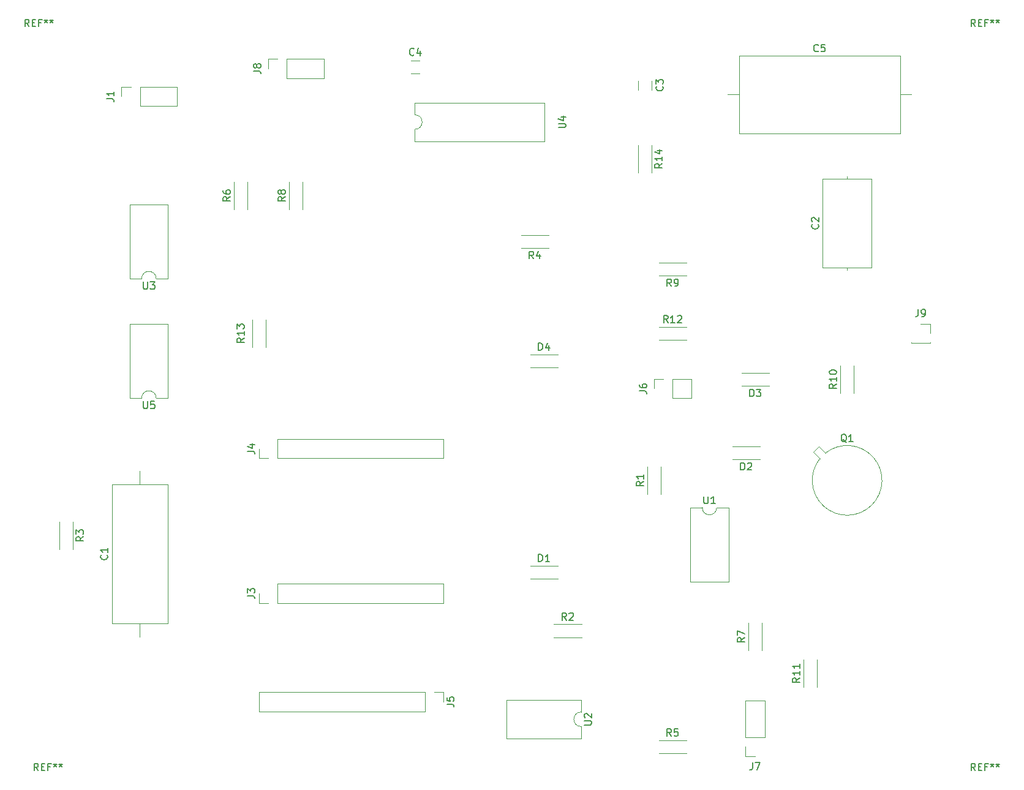
<source format=gbr>
%TF.GenerationSoftware,KiCad,Pcbnew,(6.0.11)*%
%TF.CreationDate,2023-04-16T19:35:35-07:00*%
%TF.ProjectId,FFRV_PCB_V1,46465256-5f50-4434-925f-56312e6b6963,rev?*%
%TF.SameCoordinates,Original*%
%TF.FileFunction,Legend,Top*%
%TF.FilePolarity,Positive*%
%FSLAX46Y46*%
G04 Gerber Fmt 4.6, Leading zero omitted, Abs format (unit mm)*
G04 Created by KiCad (PCBNEW (6.0.11)) date 2023-04-16 19:35:35*
%MOMM*%
%LPD*%
G01*
G04 APERTURE LIST*
%ADD10C,0.150000*%
%ADD11C,0.120000*%
G04 APERTURE END LIST*
D10*
%TO.C,REF\u002A\u002A*%
X25336666Y-159512380D02*
X25003333Y-159036190D01*
X24765238Y-159512380D02*
X24765238Y-158512380D01*
X25146190Y-158512380D01*
X25241428Y-158560000D01*
X25289047Y-158607619D01*
X25336666Y-158702857D01*
X25336666Y-158845714D01*
X25289047Y-158940952D01*
X25241428Y-158988571D01*
X25146190Y-159036190D01*
X24765238Y-159036190D01*
X25765238Y-158988571D02*
X26098571Y-158988571D01*
X26241428Y-159512380D02*
X25765238Y-159512380D01*
X25765238Y-158512380D01*
X26241428Y-158512380D01*
X27003333Y-158988571D02*
X26670000Y-158988571D01*
X26670000Y-159512380D02*
X26670000Y-158512380D01*
X27146190Y-158512380D01*
X27670000Y-158512380D02*
X27670000Y-158750476D01*
X27431904Y-158655238D02*
X27670000Y-158750476D01*
X27908095Y-158655238D01*
X27527142Y-158940952D02*
X27670000Y-158750476D01*
X27812857Y-158940952D01*
X28431904Y-158512380D02*
X28431904Y-158750476D01*
X28193809Y-158655238D02*
X28431904Y-158750476D01*
X28670000Y-158655238D01*
X28289047Y-158940952D02*
X28431904Y-158750476D01*
X28574761Y-158940952D01*
%TO.C,U4*%
X97242380Y-70611904D02*
X98051904Y-70611904D01*
X98147142Y-70564285D01*
X98194761Y-70516666D01*
X98242380Y-70421428D01*
X98242380Y-70230952D01*
X98194761Y-70135714D01*
X98147142Y-70088095D01*
X98051904Y-70040476D01*
X97242380Y-70040476D01*
X97575714Y-69135714D02*
X98242380Y-69135714D01*
X97194761Y-69373809D02*
X97909047Y-69611904D01*
X97909047Y-68992857D01*
%TO.C,J4*%
X54272380Y-115333333D02*
X54986666Y-115333333D01*
X55129523Y-115380952D01*
X55224761Y-115476190D01*
X55272380Y-115619047D01*
X55272380Y-115714285D01*
X54605714Y-114428571D02*
X55272380Y-114428571D01*
X54224761Y-114666666D02*
X54939047Y-114904761D01*
X54939047Y-114285714D01*
%TO.C,C5*%
X133183333Y-60027142D02*
X133135714Y-60074761D01*
X132992857Y-60122380D01*
X132897619Y-60122380D01*
X132754761Y-60074761D01*
X132659523Y-59979523D01*
X132611904Y-59884285D01*
X132564285Y-59693809D01*
X132564285Y-59550952D01*
X132611904Y-59360476D01*
X132659523Y-59265238D01*
X132754761Y-59170000D01*
X132897619Y-59122380D01*
X132992857Y-59122380D01*
X133135714Y-59170000D01*
X133183333Y-59217619D01*
X134088095Y-59122380D02*
X133611904Y-59122380D01*
X133564285Y-59598571D01*
X133611904Y-59550952D01*
X133707142Y-59503333D01*
X133945238Y-59503333D01*
X134040476Y-59550952D01*
X134088095Y-59598571D01*
X134135714Y-59693809D01*
X134135714Y-59931904D01*
X134088095Y-60027142D01*
X134040476Y-60074761D01*
X133945238Y-60122380D01*
X133707142Y-60122380D01*
X133611904Y-60074761D01*
X133564285Y-60027142D01*
%TO.C,R4*%
X93813333Y-88732380D02*
X93480000Y-88256190D01*
X93241904Y-88732380D02*
X93241904Y-87732380D01*
X93622857Y-87732380D01*
X93718095Y-87780000D01*
X93765714Y-87827619D01*
X93813333Y-87922857D01*
X93813333Y-88065714D01*
X93765714Y-88160952D01*
X93718095Y-88208571D01*
X93622857Y-88256190D01*
X93241904Y-88256190D01*
X94670476Y-88065714D02*
X94670476Y-88732380D01*
X94432380Y-87684761D02*
X94194285Y-88399047D01*
X94813333Y-88399047D01*
%TO.C,R8*%
X59492380Y-80176666D02*
X59016190Y-80510000D01*
X59492380Y-80748095D02*
X58492380Y-80748095D01*
X58492380Y-80367142D01*
X58540000Y-80271904D01*
X58587619Y-80224285D01*
X58682857Y-80176666D01*
X58825714Y-80176666D01*
X58920952Y-80224285D01*
X58968571Y-80271904D01*
X59016190Y-80367142D01*
X59016190Y-80748095D01*
X58920952Y-79605238D02*
X58873333Y-79700476D01*
X58825714Y-79748095D01*
X58730476Y-79795714D01*
X58682857Y-79795714D01*
X58587619Y-79748095D01*
X58540000Y-79700476D01*
X58492380Y-79605238D01*
X58492380Y-79414761D01*
X58540000Y-79319523D01*
X58587619Y-79271904D01*
X58682857Y-79224285D01*
X58730476Y-79224285D01*
X58825714Y-79271904D01*
X58873333Y-79319523D01*
X58920952Y-79414761D01*
X58920952Y-79605238D01*
X58968571Y-79700476D01*
X59016190Y-79748095D01*
X59111428Y-79795714D01*
X59301904Y-79795714D01*
X59397142Y-79748095D01*
X59444761Y-79700476D01*
X59492380Y-79605238D01*
X59492380Y-79414761D01*
X59444761Y-79319523D01*
X59397142Y-79271904D01*
X59301904Y-79224285D01*
X59111428Y-79224285D01*
X59016190Y-79271904D01*
X58968571Y-79319523D01*
X58920952Y-79414761D01*
%TO.C,C4*%
X77283333Y-60537142D02*
X77235714Y-60584761D01*
X77092857Y-60632380D01*
X76997619Y-60632380D01*
X76854761Y-60584761D01*
X76759523Y-60489523D01*
X76711904Y-60394285D01*
X76664285Y-60203809D01*
X76664285Y-60060952D01*
X76711904Y-59870476D01*
X76759523Y-59775238D01*
X76854761Y-59680000D01*
X76997619Y-59632380D01*
X77092857Y-59632380D01*
X77235714Y-59680000D01*
X77283333Y-59727619D01*
X78140476Y-59965714D02*
X78140476Y-60632380D01*
X77902380Y-59584761D02*
X77664285Y-60299047D01*
X78283333Y-60299047D01*
%TO.C,REF\u002A\u002A*%
X154876666Y-56642380D02*
X154543333Y-56166190D01*
X154305238Y-56642380D02*
X154305238Y-55642380D01*
X154686190Y-55642380D01*
X154781428Y-55690000D01*
X154829047Y-55737619D01*
X154876666Y-55832857D01*
X154876666Y-55975714D01*
X154829047Y-56070952D01*
X154781428Y-56118571D01*
X154686190Y-56166190D01*
X154305238Y-56166190D01*
X155305238Y-56118571D02*
X155638571Y-56118571D01*
X155781428Y-56642380D02*
X155305238Y-56642380D01*
X155305238Y-55642380D01*
X155781428Y-55642380D01*
X156543333Y-56118571D02*
X156210000Y-56118571D01*
X156210000Y-56642380D02*
X156210000Y-55642380D01*
X156686190Y-55642380D01*
X157210000Y-55642380D02*
X157210000Y-55880476D01*
X156971904Y-55785238D02*
X157210000Y-55880476D01*
X157448095Y-55785238D01*
X157067142Y-56070952D02*
X157210000Y-55880476D01*
X157352857Y-56070952D01*
X157971904Y-55642380D02*
X157971904Y-55880476D01*
X157733809Y-55785238D02*
X157971904Y-55880476D01*
X158210000Y-55785238D01*
X157829047Y-56070952D02*
X157971904Y-55880476D01*
X158114761Y-56070952D01*
%TO.C,R7*%
X122992380Y-141136666D02*
X122516190Y-141470000D01*
X122992380Y-141708095D02*
X121992380Y-141708095D01*
X121992380Y-141327142D01*
X122040000Y-141231904D01*
X122087619Y-141184285D01*
X122182857Y-141136666D01*
X122325714Y-141136666D01*
X122420952Y-141184285D01*
X122468571Y-141231904D01*
X122516190Y-141327142D01*
X122516190Y-141708095D01*
X121992380Y-140803333D02*
X121992380Y-140136666D01*
X122992380Y-140565238D01*
%TO.C,R11*%
X130612380Y-146692857D02*
X130136190Y-147026190D01*
X130612380Y-147264285D02*
X129612380Y-147264285D01*
X129612380Y-146883333D01*
X129660000Y-146788095D01*
X129707619Y-146740476D01*
X129802857Y-146692857D01*
X129945714Y-146692857D01*
X130040952Y-146740476D01*
X130088571Y-146788095D01*
X130136190Y-146883333D01*
X130136190Y-147264285D01*
X130612380Y-145740476D02*
X130612380Y-146311904D01*
X130612380Y-146026190D02*
X129612380Y-146026190D01*
X129755238Y-146121428D01*
X129850476Y-146216666D01*
X129898095Y-146311904D01*
X130612380Y-144788095D02*
X130612380Y-145359523D01*
X130612380Y-145073809D02*
X129612380Y-145073809D01*
X129755238Y-145169047D01*
X129850476Y-145264285D01*
X129898095Y-145359523D01*
%TO.C,R13*%
X53792380Y-99702857D02*
X53316190Y-100036190D01*
X53792380Y-100274285D02*
X52792380Y-100274285D01*
X52792380Y-99893333D01*
X52840000Y-99798095D01*
X52887619Y-99750476D01*
X52982857Y-99702857D01*
X53125714Y-99702857D01*
X53220952Y-99750476D01*
X53268571Y-99798095D01*
X53316190Y-99893333D01*
X53316190Y-100274285D01*
X53792380Y-98750476D02*
X53792380Y-99321904D01*
X53792380Y-99036190D02*
X52792380Y-99036190D01*
X52935238Y-99131428D01*
X53030476Y-99226666D01*
X53078095Y-99321904D01*
X52792380Y-98417142D02*
X52792380Y-97798095D01*
X53173333Y-98131428D01*
X53173333Y-97988571D01*
X53220952Y-97893333D01*
X53268571Y-97845714D01*
X53363809Y-97798095D01*
X53601904Y-97798095D01*
X53697142Y-97845714D01*
X53744761Y-97893333D01*
X53792380Y-97988571D01*
X53792380Y-98274285D01*
X53744761Y-98369523D01*
X53697142Y-98417142D01*
%TO.C,J9*%
X146986666Y-95742380D02*
X146986666Y-96456666D01*
X146939047Y-96599523D01*
X146843809Y-96694761D01*
X146700952Y-96742380D01*
X146605714Y-96742380D01*
X147510476Y-96742380D02*
X147700952Y-96742380D01*
X147796190Y-96694761D01*
X147843809Y-96647142D01*
X147939047Y-96504285D01*
X147986666Y-96313809D01*
X147986666Y-95932857D01*
X147939047Y-95837619D01*
X147891428Y-95790000D01*
X147796190Y-95742380D01*
X147605714Y-95742380D01*
X147510476Y-95790000D01*
X147462857Y-95837619D01*
X147415238Y-95932857D01*
X147415238Y-96170952D01*
X147462857Y-96266190D01*
X147510476Y-96313809D01*
X147605714Y-96361428D01*
X147796190Y-96361428D01*
X147891428Y-96313809D01*
X147939047Y-96266190D01*
X147986666Y-96170952D01*
%TO.C,R10*%
X135692380Y-106052857D02*
X135216190Y-106386190D01*
X135692380Y-106624285D02*
X134692380Y-106624285D01*
X134692380Y-106243333D01*
X134740000Y-106148095D01*
X134787619Y-106100476D01*
X134882857Y-106052857D01*
X135025714Y-106052857D01*
X135120952Y-106100476D01*
X135168571Y-106148095D01*
X135216190Y-106243333D01*
X135216190Y-106624285D01*
X135692380Y-105100476D02*
X135692380Y-105671904D01*
X135692380Y-105386190D02*
X134692380Y-105386190D01*
X134835238Y-105481428D01*
X134930476Y-105576666D01*
X134978095Y-105671904D01*
X134692380Y-104481428D02*
X134692380Y-104386190D01*
X134740000Y-104290952D01*
X134787619Y-104243333D01*
X134882857Y-104195714D01*
X135073333Y-104148095D01*
X135311428Y-104148095D01*
X135501904Y-104195714D01*
X135597142Y-104243333D01*
X135644761Y-104290952D01*
X135692380Y-104386190D01*
X135692380Y-104481428D01*
X135644761Y-104576666D01*
X135597142Y-104624285D01*
X135501904Y-104671904D01*
X135311428Y-104719523D01*
X135073333Y-104719523D01*
X134882857Y-104671904D01*
X134787619Y-104624285D01*
X134740000Y-104576666D01*
X134692380Y-104481428D01*
%TO.C,D2*%
X122451904Y-117942380D02*
X122451904Y-116942380D01*
X122690000Y-116942380D01*
X122832857Y-116990000D01*
X122928095Y-117085238D01*
X122975714Y-117180476D01*
X123023333Y-117370952D01*
X123023333Y-117513809D01*
X122975714Y-117704285D01*
X122928095Y-117799523D01*
X122832857Y-117894761D01*
X122690000Y-117942380D01*
X122451904Y-117942380D01*
X123404285Y-117037619D02*
X123451904Y-116990000D01*
X123547142Y-116942380D01*
X123785238Y-116942380D01*
X123880476Y-116990000D01*
X123928095Y-117037619D01*
X123975714Y-117132857D01*
X123975714Y-117228095D01*
X123928095Y-117370952D01*
X123356666Y-117942380D01*
X123975714Y-117942380D01*
%TO.C,U3*%
X39868095Y-91942380D02*
X39868095Y-92751904D01*
X39915714Y-92847142D01*
X39963333Y-92894761D01*
X40058571Y-92942380D01*
X40249047Y-92942380D01*
X40344285Y-92894761D01*
X40391904Y-92847142D01*
X40439523Y-92751904D01*
X40439523Y-91942380D01*
X40820476Y-91942380D02*
X41439523Y-91942380D01*
X41106190Y-92323333D01*
X41249047Y-92323333D01*
X41344285Y-92370952D01*
X41391904Y-92418571D01*
X41439523Y-92513809D01*
X41439523Y-92751904D01*
X41391904Y-92847142D01*
X41344285Y-92894761D01*
X41249047Y-92942380D01*
X40963333Y-92942380D01*
X40868095Y-92894761D01*
X40820476Y-92847142D01*
%TO.C,U2*%
X100832380Y-153171904D02*
X101641904Y-153171904D01*
X101737142Y-153124285D01*
X101784761Y-153076666D01*
X101832380Y-152981428D01*
X101832380Y-152790952D01*
X101784761Y-152695714D01*
X101737142Y-152648095D01*
X101641904Y-152600476D01*
X100832380Y-152600476D01*
X100927619Y-152171904D02*
X100880000Y-152124285D01*
X100832380Y-152029047D01*
X100832380Y-151790952D01*
X100880000Y-151695714D01*
X100927619Y-151648095D01*
X101022857Y-151600476D01*
X101118095Y-151600476D01*
X101260952Y-151648095D01*
X101832380Y-152219523D01*
X101832380Y-151600476D01*
%TO.C,J5*%
X81822380Y-150333333D02*
X82536666Y-150333333D01*
X82679523Y-150380952D01*
X82774761Y-150476190D01*
X82822380Y-150619047D01*
X82822380Y-150714285D01*
X81822380Y-149380952D02*
X81822380Y-149857142D01*
X82298571Y-149904761D01*
X82250952Y-149857142D01*
X82203333Y-149761904D01*
X82203333Y-149523809D01*
X82250952Y-149428571D01*
X82298571Y-149380952D01*
X82393809Y-149333333D01*
X82631904Y-149333333D01*
X82727142Y-149380952D01*
X82774761Y-149428571D01*
X82822380Y-149523809D01*
X82822380Y-149761904D01*
X82774761Y-149857142D01*
X82727142Y-149904761D01*
%TO.C,D1*%
X94511904Y-130612380D02*
X94511904Y-129612380D01*
X94750000Y-129612380D01*
X94892857Y-129660000D01*
X94988095Y-129755238D01*
X95035714Y-129850476D01*
X95083333Y-130040952D01*
X95083333Y-130183809D01*
X95035714Y-130374285D01*
X94988095Y-130469523D01*
X94892857Y-130564761D01*
X94750000Y-130612380D01*
X94511904Y-130612380D01*
X96035714Y-130612380D02*
X95464285Y-130612380D01*
X95750000Y-130612380D02*
X95750000Y-129612380D01*
X95654761Y-129755238D01*
X95559523Y-129850476D01*
X95464285Y-129898095D01*
%TO.C,REF\u002A\u002A*%
X24066666Y-56642380D02*
X23733333Y-56166190D01*
X23495238Y-56642380D02*
X23495238Y-55642380D01*
X23876190Y-55642380D01*
X23971428Y-55690000D01*
X24019047Y-55737619D01*
X24066666Y-55832857D01*
X24066666Y-55975714D01*
X24019047Y-56070952D01*
X23971428Y-56118571D01*
X23876190Y-56166190D01*
X23495238Y-56166190D01*
X24495238Y-56118571D02*
X24828571Y-56118571D01*
X24971428Y-56642380D02*
X24495238Y-56642380D01*
X24495238Y-55642380D01*
X24971428Y-55642380D01*
X25733333Y-56118571D02*
X25400000Y-56118571D01*
X25400000Y-56642380D02*
X25400000Y-55642380D01*
X25876190Y-55642380D01*
X26400000Y-55642380D02*
X26400000Y-55880476D01*
X26161904Y-55785238D02*
X26400000Y-55880476D01*
X26638095Y-55785238D01*
X26257142Y-56070952D02*
X26400000Y-55880476D01*
X26542857Y-56070952D01*
X27161904Y-55642380D02*
X27161904Y-55880476D01*
X26923809Y-55785238D02*
X27161904Y-55880476D01*
X27400000Y-55785238D01*
X27019047Y-56070952D02*
X27161904Y-55880476D01*
X27304761Y-56070952D01*
%TO.C,R12*%
X112387142Y-97592380D02*
X112053809Y-97116190D01*
X111815714Y-97592380D02*
X111815714Y-96592380D01*
X112196666Y-96592380D01*
X112291904Y-96640000D01*
X112339523Y-96687619D01*
X112387142Y-96782857D01*
X112387142Y-96925714D01*
X112339523Y-97020952D01*
X112291904Y-97068571D01*
X112196666Y-97116190D01*
X111815714Y-97116190D01*
X113339523Y-97592380D02*
X112768095Y-97592380D01*
X113053809Y-97592380D02*
X113053809Y-96592380D01*
X112958571Y-96735238D01*
X112863333Y-96830476D01*
X112768095Y-96878095D01*
X113720476Y-96687619D02*
X113768095Y-96640000D01*
X113863333Y-96592380D01*
X114101428Y-96592380D01*
X114196666Y-96640000D01*
X114244285Y-96687619D01*
X114291904Y-96782857D01*
X114291904Y-96878095D01*
X114244285Y-97020952D01*
X113672857Y-97592380D01*
X114291904Y-97592380D01*
%TO.C,R6*%
X51872380Y-80176666D02*
X51396190Y-80510000D01*
X51872380Y-80748095D02*
X50872380Y-80748095D01*
X50872380Y-80367142D01*
X50920000Y-80271904D01*
X50967619Y-80224285D01*
X51062857Y-80176666D01*
X51205714Y-80176666D01*
X51300952Y-80224285D01*
X51348571Y-80271904D01*
X51396190Y-80367142D01*
X51396190Y-80748095D01*
X50872380Y-79319523D02*
X50872380Y-79510000D01*
X50920000Y-79605238D01*
X50967619Y-79652857D01*
X51110476Y-79748095D01*
X51300952Y-79795714D01*
X51681904Y-79795714D01*
X51777142Y-79748095D01*
X51824761Y-79700476D01*
X51872380Y-79605238D01*
X51872380Y-79414761D01*
X51824761Y-79319523D01*
X51777142Y-79271904D01*
X51681904Y-79224285D01*
X51443809Y-79224285D01*
X51348571Y-79271904D01*
X51300952Y-79319523D01*
X51253333Y-79414761D01*
X51253333Y-79605238D01*
X51300952Y-79700476D01*
X51348571Y-79748095D01*
X51443809Y-79795714D01*
%TO.C,R1*%
X109022380Y-119546666D02*
X108546190Y-119880000D01*
X109022380Y-120118095D02*
X108022380Y-120118095D01*
X108022380Y-119737142D01*
X108070000Y-119641904D01*
X108117619Y-119594285D01*
X108212857Y-119546666D01*
X108355714Y-119546666D01*
X108450952Y-119594285D01*
X108498571Y-119641904D01*
X108546190Y-119737142D01*
X108546190Y-120118095D01*
X109022380Y-118594285D02*
X109022380Y-119165714D01*
X109022380Y-118880000D02*
X108022380Y-118880000D01*
X108165238Y-118975238D01*
X108260476Y-119070476D01*
X108308095Y-119165714D01*
%TO.C,U5*%
X39868095Y-108452380D02*
X39868095Y-109261904D01*
X39915714Y-109357142D01*
X39963333Y-109404761D01*
X40058571Y-109452380D01*
X40249047Y-109452380D01*
X40344285Y-109404761D01*
X40391904Y-109357142D01*
X40439523Y-109261904D01*
X40439523Y-108452380D01*
X41391904Y-108452380D02*
X40915714Y-108452380D01*
X40868095Y-108928571D01*
X40915714Y-108880952D01*
X41010952Y-108833333D01*
X41249047Y-108833333D01*
X41344285Y-108880952D01*
X41391904Y-108928571D01*
X41439523Y-109023809D01*
X41439523Y-109261904D01*
X41391904Y-109357142D01*
X41344285Y-109404761D01*
X41249047Y-109452380D01*
X41010952Y-109452380D01*
X40915714Y-109404761D01*
X40868095Y-109357142D01*
%TO.C,D3*%
X123721904Y-107782380D02*
X123721904Y-106782380D01*
X123960000Y-106782380D01*
X124102857Y-106830000D01*
X124198095Y-106925238D01*
X124245714Y-107020476D01*
X124293333Y-107210952D01*
X124293333Y-107353809D01*
X124245714Y-107544285D01*
X124198095Y-107639523D01*
X124102857Y-107734761D01*
X123960000Y-107782380D01*
X123721904Y-107782380D01*
X124626666Y-106782380D02*
X125245714Y-106782380D01*
X124912380Y-107163333D01*
X125055238Y-107163333D01*
X125150476Y-107210952D01*
X125198095Y-107258571D01*
X125245714Y-107353809D01*
X125245714Y-107591904D01*
X125198095Y-107687142D01*
X125150476Y-107734761D01*
X125055238Y-107782380D01*
X124769523Y-107782380D01*
X124674285Y-107734761D01*
X124626666Y-107687142D01*
%TO.C,C2*%
X133147142Y-83986666D02*
X133194761Y-84034285D01*
X133242380Y-84177142D01*
X133242380Y-84272380D01*
X133194761Y-84415238D01*
X133099523Y-84510476D01*
X133004285Y-84558095D01*
X132813809Y-84605714D01*
X132670952Y-84605714D01*
X132480476Y-84558095D01*
X132385238Y-84510476D01*
X132290000Y-84415238D01*
X132242380Y-84272380D01*
X132242380Y-84177142D01*
X132290000Y-84034285D01*
X132337619Y-83986666D01*
X132337619Y-83605714D02*
X132290000Y-83558095D01*
X132242380Y-83462857D01*
X132242380Y-83224761D01*
X132290000Y-83129523D01*
X132337619Y-83081904D01*
X132432857Y-83034285D01*
X132528095Y-83034285D01*
X132670952Y-83081904D01*
X133242380Y-83653333D01*
X133242380Y-83034285D01*
%TO.C,C1*%
X34857142Y-129706666D02*
X34904761Y-129754285D01*
X34952380Y-129897142D01*
X34952380Y-129992380D01*
X34904761Y-130135238D01*
X34809523Y-130230476D01*
X34714285Y-130278095D01*
X34523809Y-130325714D01*
X34380952Y-130325714D01*
X34190476Y-130278095D01*
X34095238Y-130230476D01*
X34000000Y-130135238D01*
X33952380Y-129992380D01*
X33952380Y-129897142D01*
X34000000Y-129754285D01*
X34047619Y-129706666D01*
X34952380Y-128754285D02*
X34952380Y-129325714D01*
X34952380Y-129040000D02*
X33952380Y-129040000D01*
X34095238Y-129135238D01*
X34190476Y-129230476D01*
X34238095Y-129325714D01*
%TO.C,R9*%
X112863333Y-92542380D02*
X112530000Y-92066190D01*
X112291904Y-92542380D02*
X112291904Y-91542380D01*
X112672857Y-91542380D01*
X112768095Y-91590000D01*
X112815714Y-91637619D01*
X112863333Y-91732857D01*
X112863333Y-91875714D01*
X112815714Y-91970952D01*
X112768095Y-92018571D01*
X112672857Y-92066190D01*
X112291904Y-92066190D01*
X113339523Y-92542380D02*
X113530000Y-92542380D01*
X113625238Y-92494761D01*
X113672857Y-92447142D01*
X113768095Y-92304285D01*
X113815714Y-92113809D01*
X113815714Y-91732857D01*
X113768095Y-91637619D01*
X113720476Y-91590000D01*
X113625238Y-91542380D01*
X113434761Y-91542380D01*
X113339523Y-91590000D01*
X113291904Y-91637619D01*
X113244285Y-91732857D01*
X113244285Y-91970952D01*
X113291904Y-92066190D01*
X113339523Y-92113809D01*
X113434761Y-92161428D01*
X113625238Y-92161428D01*
X113720476Y-92113809D01*
X113768095Y-92066190D01*
X113815714Y-91970952D01*
%TO.C,R3*%
X31582380Y-127166666D02*
X31106190Y-127500000D01*
X31582380Y-127738095D02*
X30582380Y-127738095D01*
X30582380Y-127357142D01*
X30630000Y-127261904D01*
X30677619Y-127214285D01*
X30772857Y-127166666D01*
X30915714Y-127166666D01*
X31010952Y-127214285D01*
X31058571Y-127261904D01*
X31106190Y-127357142D01*
X31106190Y-127738095D01*
X30582380Y-126833333D02*
X30582380Y-126214285D01*
X30963333Y-126547619D01*
X30963333Y-126404761D01*
X31010952Y-126309523D01*
X31058571Y-126261904D01*
X31153809Y-126214285D01*
X31391904Y-126214285D01*
X31487142Y-126261904D01*
X31534761Y-126309523D01*
X31582380Y-126404761D01*
X31582380Y-126690476D01*
X31534761Y-126785714D01*
X31487142Y-126833333D01*
%TO.C,J1*%
X34807380Y-66630833D02*
X35521666Y-66630833D01*
X35664523Y-66678452D01*
X35759761Y-66773690D01*
X35807380Y-66916547D01*
X35807380Y-67011785D01*
X35807380Y-65630833D02*
X35807380Y-66202261D01*
X35807380Y-65916547D02*
X34807380Y-65916547D01*
X34950238Y-66011785D01*
X35045476Y-66107023D01*
X35093095Y-66202261D01*
%TO.C,R5*%
X112863333Y-154742380D02*
X112530000Y-154266190D01*
X112291904Y-154742380D02*
X112291904Y-153742380D01*
X112672857Y-153742380D01*
X112768095Y-153790000D01*
X112815714Y-153837619D01*
X112863333Y-153932857D01*
X112863333Y-154075714D01*
X112815714Y-154170952D01*
X112768095Y-154218571D01*
X112672857Y-154266190D01*
X112291904Y-154266190D01*
X113768095Y-153742380D02*
X113291904Y-153742380D01*
X113244285Y-154218571D01*
X113291904Y-154170952D01*
X113387142Y-154123333D01*
X113625238Y-154123333D01*
X113720476Y-154170952D01*
X113768095Y-154218571D01*
X113815714Y-154313809D01*
X113815714Y-154551904D01*
X113768095Y-154647142D01*
X113720476Y-154694761D01*
X113625238Y-154742380D01*
X113387142Y-154742380D01*
X113291904Y-154694761D01*
X113244285Y-154647142D01*
%TO.C,J6*%
X108442380Y-107013333D02*
X109156666Y-107013333D01*
X109299523Y-107060952D01*
X109394761Y-107156190D01*
X109442380Y-107299047D01*
X109442380Y-107394285D01*
X108442380Y-106108571D02*
X108442380Y-106299047D01*
X108490000Y-106394285D01*
X108537619Y-106441904D01*
X108680476Y-106537142D01*
X108870952Y-106584761D01*
X109251904Y-106584761D01*
X109347142Y-106537142D01*
X109394761Y-106489523D01*
X109442380Y-106394285D01*
X109442380Y-106203809D01*
X109394761Y-106108571D01*
X109347142Y-106060952D01*
X109251904Y-106013333D01*
X109013809Y-106013333D01*
X108918571Y-106060952D01*
X108870952Y-106108571D01*
X108823333Y-106203809D01*
X108823333Y-106394285D01*
X108870952Y-106489523D01*
X108918571Y-106537142D01*
X109013809Y-106584761D01*
%TO.C,J8*%
X55117380Y-62780833D02*
X55831666Y-62780833D01*
X55974523Y-62828452D01*
X56069761Y-62923690D01*
X56117380Y-63066547D01*
X56117380Y-63161785D01*
X55545952Y-62161785D02*
X55498333Y-62257023D01*
X55450714Y-62304642D01*
X55355476Y-62352261D01*
X55307857Y-62352261D01*
X55212619Y-62304642D01*
X55165000Y-62257023D01*
X55117380Y-62161785D01*
X55117380Y-61971309D01*
X55165000Y-61876071D01*
X55212619Y-61828452D01*
X55307857Y-61780833D01*
X55355476Y-61780833D01*
X55450714Y-61828452D01*
X55498333Y-61876071D01*
X55545952Y-61971309D01*
X55545952Y-62161785D01*
X55593571Y-62257023D01*
X55641190Y-62304642D01*
X55736428Y-62352261D01*
X55926904Y-62352261D01*
X56022142Y-62304642D01*
X56069761Y-62257023D01*
X56117380Y-62161785D01*
X56117380Y-61971309D01*
X56069761Y-61876071D01*
X56022142Y-61828452D01*
X55926904Y-61780833D01*
X55736428Y-61780833D01*
X55641190Y-61828452D01*
X55593571Y-61876071D01*
X55545952Y-61971309D01*
%TO.C,REF\u002A\u002A*%
X154876666Y-159512380D02*
X154543333Y-159036190D01*
X154305238Y-159512380D02*
X154305238Y-158512380D01*
X154686190Y-158512380D01*
X154781428Y-158560000D01*
X154829047Y-158607619D01*
X154876666Y-158702857D01*
X154876666Y-158845714D01*
X154829047Y-158940952D01*
X154781428Y-158988571D01*
X154686190Y-159036190D01*
X154305238Y-159036190D01*
X155305238Y-158988571D02*
X155638571Y-158988571D01*
X155781428Y-159512380D02*
X155305238Y-159512380D01*
X155305238Y-158512380D01*
X155781428Y-158512380D01*
X156543333Y-158988571D02*
X156210000Y-158988571D01*
X156210000Y-159512380D02*
X156210000Y-158512380D01*
X156686190Y-158512380D01*
X157210000Y-158512380D02*
X157210000Y-158750476D01*
X156971904Y-158655238D02*
X157210000Y-158750476D01*
X157448095Y-158655238D01*
X157067142Y-158940952D02*
X157210000Y-158750476D01*
X157352857Y-158940952D01*
X157971904Y-158512380D02*
X157971904Y-158750476D01*
X157733809Y-158655238D02*
X157971904Y-158750476D01*
X158210000Y-158655238D01*
X157829047Y-158940952D02*
X157971904Y-158750476D01*
X158114761Y-158940952D01*
%TO.C,U1*%
X117358095Y-121592380D02*
X117358095Y-122401904D01*
X117405714Y-122497142D01*
X117453333Y-122544761D01*
X117548571Y-122592380D01*
X117739047Y-122592380D01*
X117834285Y-122544761D01*
X117881904Y-122497142D01*
X117929523Y-122401904D01*
X117929523Y-121592380D01*
X118929523Y-122592380D02*
X118358095Y-122592380D01*
X118643809Y-122592380D02*
X118643809Y-121592380D01*
X118548571Y-121735238D01*
X118453333Y-121830476D01*
X118358095Y-121878095D01*
%TO.C,J7*%
X124101666Y-158417380D02*
X124101666Y-159131666D01*
X124054047Y-159274523D01*
X123958809Y-159369761D01*
X123815952Y-159417380D01*
X123720714Y-159417380D01*
X124482619Y-158417380D02*
X125149285Y-158417380D01*
X124720714Y-159417380D01*
%TO.C,R14*%
X111592380Y-75572857D02*
X111116190Y-75906190D01*
X111592380Y-76144285D02*
X110592380Y-76144285D01*
X110592380Y-75763333D01*
X110640000Y-75668095D01*
X110687619Y-75620476D01*
X110782857Y-75572857D01*
X110925714Y-75572857D01*
X111020952Y-75620476D01*
X111068571Y-75668095D01*
X111116190Y-75763333D01*
X111116190Y-76144285D01*
X111592380Y-74620476D02*
X111592380Y-75191904D01*
X111592380Y-74906190D02*
X110592380Y-74906190D01*
X110735238Y-75001428D01*
X110830476Y-75096666D01*
X110878095Y-75191904D01*
X110925714Y-73763333D02*
X111592380Y-73763333D01*
X110544761Y-74001428D02*
X111259047Y-74239523D01*
X111259047Y-73620476D01*
%TO.C,C3*%
X111627142Y-64916666D02*
X111674761Y-64964285D01*
X111722380Y-65107142D01*
X111722380Y-65202380D01*
X111674761Y-65345238D01*
X111579523Y-65440476D01*
X111484285Y-65488095D01*
X111293809Y-65535714D01*
X111150952Y-65535714D01*
X110960476Y-65488095D01*
X110865238Y-65440476D01*
X110770000Y-65345238D01*
X110722380Y-65202380D01*
X110722380Y-65107142D01*
X110770000Y-64964285D01*
X110817619Y-64916666D01*
X110722380Y-64583333D02*
X110722380Y-63964285D01*
X111103333Y-64297619D01*
X111103333Y-64154761D01*
X111150952Y-64059523D01*
X111198571Y-64011904D01*
X111293809Y-63964285D01*
X111531904Y-63964285D01*
X111627142Y-64011904D01*
X111674761Y-64059523D01*
X111722380Y-64154761D01*
X111722380Y-64440476D01*
X111674761Y-64535714D01*
X111627142Y-64583333D01*
%TO.C,D4*%
X94511904Y-101402380D02*
X94511904Y-100402380D01*
X94750000Y-100402380D01*
X94892857Y-100450000D01*
X94988095Y-100545238D01*
X95035714Y-100640476D01*
X95083333Y-100830952D01*
X95083333Y-100973809D01*
X95035714Y-101164285D01*
X94988095Y-101259523D01*
X94892857Y-101354761D01*
X94750000Y-101402380D01*
X94511904Y-101402380D01*
X95940476Y-100735714D02*
X95940476Y-101402380D01*
X95702380Y-100354761D02*
X95464285Y-101069047D01*
X96083333Y-101069047D01*
%TO.C,R2*%
X98363333Y-138702380D02*
X98030000Y-138226190D01*
X97791904Y-138702380D02*
X97791904Y-137702380D01*
X98172857Y-137702380D01*
X98268095Y-137750000D01*
X98315714Y-137797619D01*
X98363333Y-137892857D01*
X98363333Y-138035714D01*
X98315714Y-138130952D01*
X98268095Y-138178571D01*
X98172857Y-138226190D01*
X97791904Y-138226190D01*
X98744285Y-137797619D02*
X98791904Y-137750000D01*
X98887142Y-137702380D01*
X99125238Y-137702380D01*
X99220476Y-137750000D01*
X99268095Y-137797619D01*
X99315714Y-137892857D01*
X99315714Y-137988095D01*
X99268095Y-138130952D01*
X98696666Y-138702380D01*
X99315714Y-138702380D01*
%TO.C,J3*%
X54272380Y-135333333D02*
X54986666Y-135333333D01*
X55129523Y-135380952D01*
X55224761Y-135476190D01*
X55272380Y-135619047D01*
X55272380Y-135714285D01*
X54272380Y-134952380D02*
X54272380Y-134333333D01*
X54653333Y-134666666D01*
X54653333Y-134523809D01*
X54700952Y-134428571D01*
X54748571Y-134380952D01*
X54843809Y-134333333D01*
X55081904Y-134333333D01*
X55177142Y-134380952D01*
X55224761Y-134428571D01*
X55272380Y-134523809D01*
X55272380Y-134809523D01*
X55224761Y-134904761D01*
X55177142Y-134952380D01*
%TO.C,Q1*%
X137064761Y-114107619D02*
X136969523Y-114060000D01*
X136874285Y-113964761D01*
X136731428Y-113821904D01*
X136636190Y-113774285D01*
X136540952Y-113774285D01*
X136588571Y-114012380D02*
X136493333Y-113964761D01*
X136398095Y-113869523D01*
X136350476Y-113679047D01*
X136350476Y-113345714D01*
X136398095Y-113155238D01*
X136493333Y-113060000D01*
X136588571Y-113012380D01*
X136779047Y-113012380D01*
X136874285Y-113060000D01*
X136969523Y-113155238D01*
X137017142Y-113345714D01*
X137017142Y-113679047D01*
X136969523Y-113869523D01*
X136874285Y-113964761D01*
X136779047Y-114012380D01*
X136588571Y-114012380D01*
X137969523Y-114012380D02*
X137398095Y-114012380D01*
X137683809Y-114012380D02*
X137683809Y-113012380D01*
X137588571Y-113155238D01*
X137493333Y-113250476D01*
X137398095Y-113298095D01*
D11*
%TO.C,U4*%
X77405000Y-67190000D02*
X77405000Y-68840000D01*
X95305000Y-72490000D02*
X95305000Y-67190000D01*
X77405000Y-72490000D02*
X95305000Y-72490000D01*
X95305000Y-67190000D02*
X77405000Y-67190000D01*
X77405000Y-70840000D02*
X77405000Y-72490000D01*
X77405000Y-70840000D02*
G75*
G03*
X77405000Y-68840000I0J1000000D01*
G01*
%TO.C,J4*%
X58420000Y-116330000D02*
X58420000Y-113670000D01*
X58420000Y-116330000D02*
X81340000Y-116330000D01*
X58420000Y-113670000D02*
X81340000Y-113670000D01*
X55820000Y-116330000D02*
X55820000Y-115000000D01*
X57150000Y-116330000D02*
X55820000Y-116330000D01*
X81340000Y-116330000D02*
X81340000Y-113670000D01*
%TO.C,C5*%
X146060000Y-66040000D02*
X144470000Y-66040000D01*
X144470000Y-60670000D02*
X122230000Y-60670000D01*
X144470000Y-71410000D02*
X144470000Y-60670000D01*
X120640000Y-66040000D02*
X122230000Y-66040000D01*
X122230000Y-60670000D02*
X122230000Y-71410000D01*
X122230000Y-71410000D02*
X144470000Y-71410000D01*
%TO.C,R4*%
X95900000Y-87280000D02*
X92060000Y-87280000D01*
X95900000Y-85440000D02*
X92060000Y-85440000D01*
%TO.C,R8*%
X61880000Y-81930000D02*
X61880000Y-78090000D01*
X60040000Y-81930000D02*
X60040000Y-78090000D01*
%TO.C,C4*%
X76821000Y-61310000D02*
X78079000Y-61310000D01*
X76821000Y-63150000D02*
X78079000Y-63150000D01*
%TO.C,R7*%
X125380000Y-142890000D02*
X125380000Y-139050000D01*
X123540000Y-142890000D02*
X123540000Y-139050000D01*
%TO.C,R11*%
X133000000Y-147970000D02*
X133000000Y-144130000D01*
X131160000Y-147970000D02*
X131160000Y-144130000D01*
%TO.C,R13*%
X56800000Y-100980000D02*
X56800000Y-97140000D01*
X54960000Y-100980000D02*
X54960000Y-97140000D01*
%TO.C,J9*%
X148650000Y-97730000D02*
X148650000Y-99060000D01*
X145990000Y-100390000D02*
X148650000Y-100390000D01*
X147320000Y-97730000D02*
X148650000Y-97730000D01*
X145990000Y-100270000D02*
X145990000Y-100390000D01*
X148650000Y-100270000D02*
X148650000Y-100390000D01*
%TO.C,R10*%
X138080000Y-107330000D02*
X138080000Y-103490000D01*
X136240000Y-107330000D02*
X136240000Y-103490000D01*
%TO.C,D2*%
X125110000Y-116490000D02*
X121270000Y-116490000D01*
X125110000Y-114650000D02*
X121270000Y-114650000D01*
%TO.C,U3*%
X37980000Y-81210000D02*
X37980000Y-91490000D01*
X43280000Y-91490000D02*
X43280000Y-81210000D01*
X43280000Y-81210000D02*
X37980000Y-81210000D01*
X41630000Y-91490000D02*
X43280000Y-91490000D01*
X37980000Y-91490000D02*
X39630000Y-91490000D01*
X41630000Y-91490000D02*
G75*
G03*
X39630000Y-91490000I-1000000J0D01*
G01*
%TO.C,U2*%
X100380000Y-155060000D02*
X100380000Y-153410000D01*
X90100000Y-149760000D02*
X90100000Y-155060000D01*
X90100000Y-155060000D02*
X100380000Y-155060000D01*
X100380000Y-149760000D02*
X90100000Y-149760000D01*
X100380000Y-151410000D02*
X100380000Y-149760000D01*
X100380000Y-151410000D02*
G75*
G03*
X100380000Y-153410000I0J-1000000D01*
G01*
%TO.C,J5*%
X55850000Y-148670000D02*
X55850000Y-151330000D01*
X78770000Y-148670000D02*
X78770000Y-151330000D01*
X78770000Y-151330000D02*
X55850000Y-151330000D01*
X80040000Y-148670000D02*
X81370000Y-148670000D01*
X78770000Y-148670000D02*
X55850000Y-148670000D01*
X81370000Y-148670000D02*
X81370000Y-150000000D01*
%TO.C,D1*%
X93330000Y-131160000D02*
X97170000Y-131160000D01*
X93330000Y-133000000D02*
X97170000Y-133000000D01*
%TO.C,R12*%
X111110000Y-99980000D02*
X114950000Y-99980000D01*
X111110000Y-98140000D02*
X114950000Y-98140000D01*
%TO.C,R6*%
X54260000Y-81930000D02*
X54260000Y-78090000D01*
X52420000Y-81930000D02*
X52420000Y-78090000D01*
%TO.C,R1*%
X111410000Y-121300000D02*
X111410000Y-117460000D01*
X109570000Y-121300000D02*
X109570000Y-117460000D01*
%TO.C,U5*%
X37980000Y-108000000D02*
X39630000Y-108000000D01*
X43280000Y-108000000D02*
X43280000Y-97720000D01*
X41630000Y-108000000D02*
X43280000Y-108000000D01*
X37980000Y-97720000D02*
X37980000Y-108000000D01*
X43280000Y-97720000D02*
X37980000Y-97720000D01*
X41630000Y-108000000D02*
G75*
G03*
X39630000Y-108000000I-1000000J0D01*
G01*
%TO.C,D3*%
X126380000Y-104490000D02*
X122540000Y-104490000D01*
X126380000Y-106330000D02*
X122540000Y-106330000D01*
%TO.C,C2*%
X137160000Y-90280000D02*
X137160000Y-89940000D01*
X133790000Y-77700000D02*
X133790000Y-89940000D01*
X133790000Y-89940000D02*
X140530000Y-89940000D01*
X137160000Y-77360000D02*
X137160000Y-77700000D01*
X140530000Y-77700000D02*
X133790000Y-77700000D01*
X140530000Y-89940000D02*
X140530000Y-77700000D01*
%TO.C,C1*%
X39370000Y-141000000D02*
X39370000Y-139160000D01*
X35500000Y-139160000D02*
X43240000Y-139160000D01*
X43240000Y-119920000D02*
X35500000Y-119920000D01*
X39370000Y-118080000D02*
X39370000Y-119920000D01*
X35500000Y-119920000D02*
X35500000Y-139160000D01*
X43240000Y-139160000D02*
X43240000Y-119920000D01*
%TO.C,R9*%
X114950000Y-89250000D02*
X111110000Y-89250000D01*
X114950000Y-91090000D02*
X111110000Y-91090000D01*
%TO.C,R3*%
X30130000Y-125080000D02*
X30130000Y-128920000D01*
X28290000Y-125080000D02*
X28290000Y-128920000D01*
%TO.C,J1*%
X39395000Y-64967500D02*
X44535000Y-64967500D01*
X39395000Y-67627500D02*
X39395000Y-64967500D01*
X39395000Y-67627500D02*
X44535000Y-67627500D01*
X36795000Y-66297500D02*
X36795000Y-64967500D01*
X44535000Y-67627500D02*
X44535000Y-64967500D01*
X36795000Y-64967500D02*
X38125000Y-64967500D01*
%TO.C,R5*%
X111110000Y-155290000D02*
X114950000Y-155290000D01*
X111110000Y-157130000D02*
X114950000Y-157130000D01*
%TO.C,J6*%
X110430000Y-106680000D02*
X110430000Y-105350000D01*
X113030000Y-108010000D02*
X115630000Y-108010000D01*
X110430000Y-105350000D02*
X111760000Y-105350000D01*
X115630000Y-108010000D02*
X115630000Y-105350000D01*
X113030000Y-105350000D02*
X115630000Y-105350000D01*
X113030000Y-108010000D02*
X113030000Y-105350000D01*
%TO.C,J8*%
X59705000Y-63777500D02*
X64845000Y-63777500D01*
X59705000Y-61117500D02*
X64845000Y-61117500D01*
X57105000Y-62447500D02*
X57105000Y-61117500D01*
X64845000Y-63777500D02*
X64845000Y-61117500D01*
X57105000Y-61117500D02*
X58435000Y-61117500D01*
X59705000Y-63777500D02*
X59705000Y-61117500D01*
%TO.C,U1*%
X120770000Y-133420000D02*
X120770000Y-123140000D01*
X120770000Y-123140000D02*
X119120000Y-123140000D01*
X115470000Y-133420000D02*
X120770000Y-133420000D01*
X117120000Y-123140000D02*
X115470000Y-123140000D01*
X115470000Y-123140000D02*
X115470000Y-133420000D01*
X117120000Y-123140000D02*
G75*
G03*
X119120000Y-123140000I1000000J0D01*
G01*
%TO.C,J7*%
X125765000Y-154925000D02*
X125765000Y-149785000D01*
X124435000Y-157525000D02*
X123105000Y-157525000D01*
X125765000Y-154925000D02*
X123105000Y-154925000D01*
X123105000Y-157525000D02*
X123105000Y-156195000D01*
X123105000Y-154925000D02*
X123105000Y-149785000D01*
X125765000Y-149785000D02*
X123105000Y-149785000D01*
%TO.C,R14*%
X110140000Y-73010000D02*
X110140000Y-76850000D01*
X108300000Y-73010000D02*
X108300000Y-76850000D01*
%TO.C,C3*%
X108300000Y-64121000D02*
X108300000Y-65379000D01*
X110140000Y-64121000D02*
X110140000Y-65379000D01*
%TO.C,D4*%
X93330000Y-101950000D02*
X97170000Y-101950000D01*
X93330000Y-103790000D02*
X97170000Y-103790000D01*
%TO.C,R2*%
X96610000Y-141090000D02*
X100450000Y-141090000D01*
X96610000Y-139250000D02*
X100450000Y-139250000D01*
%TO.C,J3*%
X58420000Y-136330000D02*
X81340000Y-136330000D01*
X58420000Y-133670000D02*
X81340000Y-133670000D01*
X55820000Y-136330000D02*
X55820000Y-135000000D01*
X58420000Y-136330000D02*
X58420000Y-133670000D01*
X57150000Y-136330000D02*
X55820000Y-136330000D01*
X81340000Y-136330000D02*
X81340000Y-133670000D01*
%TO.C,Q1*%
X134162916Y-115605098D02*
X133271961Y-114714144D01*
X133271961Y-114714144D02*
X132494144Y-115491961D01*
X132494144Y-115491961D02*
X133385098Y-116382916D01*
X133385326Y-116382629D02*
G75*
G03*
X134162916Y-115605098I3774674J-2997371D01*
G01*
%TD*%
M02*

</source>
